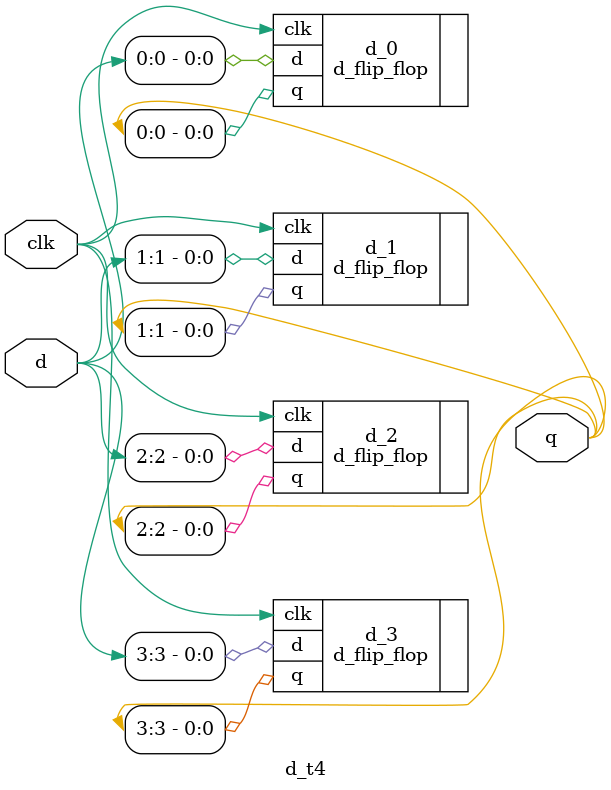
<source format=v>
module d_t4
(
	input clk,
	input [3:0] d,
	output [3:0] q
);
d_flip_flop d_0
(
.clk (clk),
.d (d[0]),
.q (q[0])
);
d_flip_flop d_1
(
.clk (clk),
.d (d[1]),
.q (q[1])
);
d_flip_flop d_2
(
.clk (clk),
.d (d[2]),
.q (q[2])
);
d_flip_flop d_3
(
.clk (clk),
.d (d[3]),
.q (q[3])
);
endmodule
</source>
